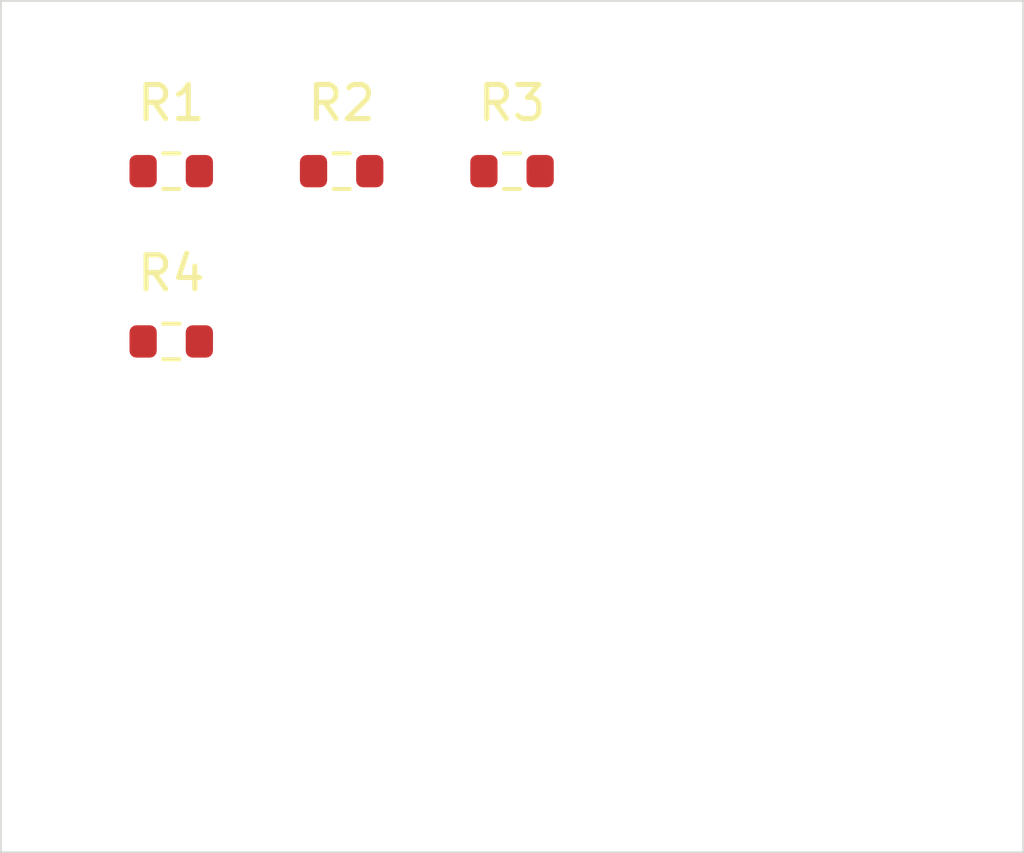
<source format=kicad_pcb>
(kicad_pcb (version 20241229) (generator "pcbnew") (generator_version "9.0")
  (layers (0 "F.Cu" signal) (2 "B.Cu" signal) (13 "F.Paste" user) (15 "B.Paste" user) (5 "F.SilkS" user "F.Silkscreen") (7 "B.SilkS" user "B.Silkscreen") (1 "F.Mask" user) (3 "B.Mask" user) (25 "Edge.Cuts" user))
  (net 0 "")
  (net 1 "VIN")
  (net 2 "VOUT1")
  (net 3 "GND")
  (net 4 "VOUT2")
  (footprint "Resistor_SMD:R_0603_1608Metric" (layer "F.Cu") (at 5.0 5.0)
    (property "Reference" "R1" (at 0 -2 0) (layer "F.SilkS") (effects (font (size 1.0 1.0))))
    (property "Value" "10k")
    (fp_line (start -0.237258 -0.5225) (end 0.237258 -0.5225) (stroke (width 0.12)) (layer "F.SilkS"))
    (fp_line (start -0.237258 0.5225) (end 0.237258 0.5225) (stroke (width 0.12)) (layer "F.SilkS"))
    (pad "1" smd roundrect (at -0.825 0.0) (size 0.8 0.95) (layers "F.Cu" "F.Mask" "F.Paste") (net 1 "VIN"))
    (pad "2" smd roundrect (at 0.825 0.0) (size 0.8 0.95) (layers "F.Cu" "F.Mask" "F.Paste") (net 2 "VOUT1"))
  )
  (footprint "Resistor_SMD:R_0603_1608Metric" (layer "F.Cu") (at 10.0 5.0)
    (property "Reference" "R2" (at 0 -2 0) (layer "F.SilkS") (effects (font (size 1.0 1.0))))
    (property "Value" "10k")
    (fp_line (start -0.237258 -0.5225) (end 0.237258 -0.5225) (stroke (width 0.12)) (layer "F.SilkS"))
    (fp_line (start -0.237258 0.5225) (end 0.237258 0.5225) (stroke (width 0.12)) (layer "F.SilkS"))
    (pad "1" smd roundrect (at -0.825 0.0) (size 0.8 0.95) (layers "F.Cu" "F.Mask" "F.Paste") (net 2 "VOUT1"))
    (pad "2" smd roundrect (at 0.825 0.0) (size 0.8 0.95) (layers "F.Cu" "F.Mask" "F.Paste") (net 3 "GND"))
  )
  (footprint "Resistor_SMD:R_0603_1608Metric" (layer "F.Cu") (at 15.0 5.0)
    (property "Reference" "R3" (at 0 -2 0) (layer "F.SilkS") (effects (font (size 1.0 1.0))))
    (property "Value" "5k")
    (fp_line (start -0.237258 -0.5225) (end 0.237258 -0.5225) (stroke (width 0.12)) (layer "F.SilkS"))
    (fp_line (start -0.237258 0.5225) (end 0.237258 0.5225) (stroke (width 0.12)) (layer "F.SilkS"))
    (pad "1" smd roundrect (at -0.825 0.0) (size 0.8 0.95) (layers "F.Cu" "F.Mask" "F.Paste") (net 2 "VOUT1"))
    (pad "2" smd roundrect (at 0.825 0.0) (size 0.8 0.95) (layers "F.Cu" "F.Mask" "F.Paste") (net 4 "VOUT2"))
  )
  (footprint "Resistor_SMD:R_0603_1608Metric" (layer "F.Cu") (at 5.0 10.0)
    (property "Reference" "R4" (at 0 -2 0) (layer "F.SilkS") (effects (font (size 1.0 1.0))))
    (property "Value" "5k")
    (fp_line (start -0.237258 -0.5225) (end 0.237258 -0.5225) (stroke (width 0.12)) (layer "F.SilkS"))
    (fp_line (start -0.237258 0.5225) (end 0.237258 0.5225) (stroke (width 0.12)) (layer "F.SilkS"))
    (pad "1" smd roundrect (at -0.825 0.0) (size 0.8 0.95) (layers "F.Cu" "F.Mask" "F.Paste") (net 4 "VOUT2"))
    (pad "2" smd roundrect (at 0.825 0.0) (size 0.8 0.95) (layers "F.Cu" "F.Mask" "F.Paste") (net 3 "GND"))
  )
  (gr_rect (start 0 0) (end 30.0 25.0) (stroke (width 0.05)) (fill no) (layer "Edge.Cuts"))
)
</source>
